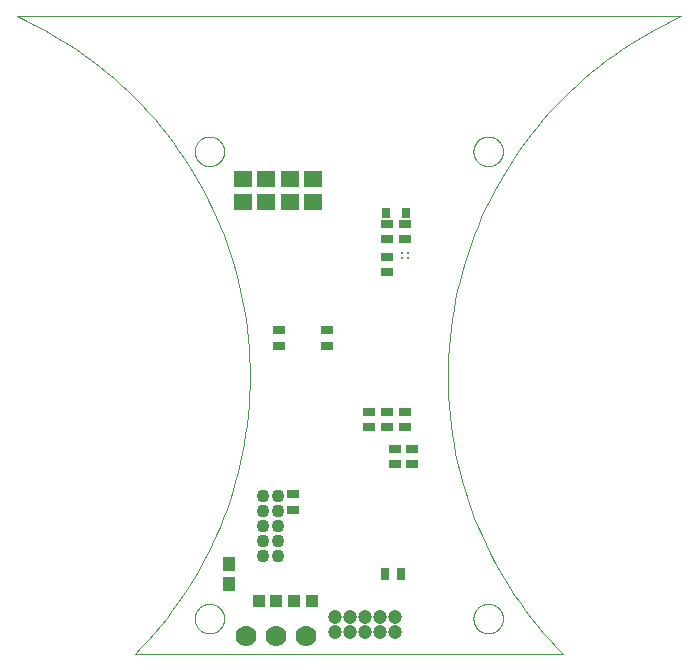
<source format=gbs>
G75*
%MOIN*%
%OFA0B0*%
%FSLAX25Y25*%
%IPPOS*%
%LPD*%
%AMOC8*
5,1,8,0,0,1.08239X$1,22.5*
%
%ADD10C,0.00000*%
%ADD11C,0.00039*%
%ADD12R,0.06306X0.05518*%
%ADD13R,0.03943X0.03156*%
%ADD14R,0.02762X0.03550*%
%ADD15C,0.04731*%
%ADD16R,0.04337X0.04731*%
%ADD17C,0.04337*%
%ADD18R,0.03156X0.03943*%
%ADD19C,0.01227*%
%ADD20C,0.07000*%
%ADD21R,0.04337X0.04337*%
D10*
X0073943Y0027191D02*
X0216659Y0027191D01*
X0178274Y0119711D02*
X0178317Y0122928D01*
X0178438Y0126143D01*
X0178637Y0129354D01*
X0178915Y0132559D01*
X0179271Y0135756D01*
X0179705Y0138944D01*
X0180216Y0142120D01*
X0180805Y0145283D01*
X0181471Y0148431D01*
X0182214Y0151561D01*
X0183032Y0154672D01*
X0183927Y0157763D01*
X0184896Y0160830D01*
X0185941Y0163873D01*
X0187059Y0166890D01*
X0188250Y0169878D01*
X0189514Y0172837D01*
X0190850Y0175764D01*
X0192257Y0178657D01*
X0193734Y0181515D01*
X0195280Y0184336D01*
X0196895Y0187119D01*
X0198577Y0189861D01*
X0200326Y0192562D01*
X0202140Y0195219D01*
X0204018Y0197831D01*
X0205960Y0200396D01*
X0207964Y0202913D01*
X0210028Y0205381D01*
X0212152Y0207797D01*
X0214334Y0210161D01*
X0216574Y0212471D01*
X0218869Y0214725D01*
X0221219Y0216923D01*
X0223621Y0219063D01*
X0226075Y0221143D01*
X0228579Y0223163D01*
X0231131Y0225121D01*
X0233731Y0227017D01*
X0236376Y0228848D01*
X0239065Y0230615D01*
X0241796Y0232315D01*
X0244568Y0233948D01*
X0247379Y0235512D01*
X0250228Y0237008D01*
X0253112Y0238434D01*
X0256030Y0239789D01*
X0256029Y0239789D02*
X0034572Y0239789D01*
X0112328Y0119710D02*
X0112279Y0116500D01*
X0112151Y0113291D01*
X0111945Y0110087D01*
X0111661Y0106888D01*
X0111299Y0103698D01*
X0110860Y0100517D01*
X0110343Y0097348D01*
X0109749Y0094193D01*
X0109078Y0091053D01*
X0108331Y0087930D01*
X0107508Y0084826D01*
X0106610Y0081743D01*
X0105637Y0078684D01*
X0104589Y0075648D01*
X0103468Y0072639D01*
X0102273Y0069659D01*
X0101007Y0066708D01*
X0099669Y0063789D01*
X0098260Y0060904D01*
X0096781Y0058054D01*
X0095233Y0055241D01*
X0093617Y0052466D01*
X0091934Y0049731D01*
X0090185Y0047039D01*
X0088371Y0044390D01*
X0086492Y0041785D01*
X0084551Y0039228D01*
X0082548Y0036718D01*
X0080484Y0034258D01*
X0078361Y0031849D01*
X0076180Y0029493D01*
X0073942Y0027190D01*
X0112328Y0119711D02*
X0112285Y0122928D01*
X0112164Y0126143D01*
X0111965Y0129354D01*
X0111687Y0132559D01*
X0111331Y0135756D01*
X0110897Y0138944D01*
X0110386Y0142120D01*
X0109797Y0145283D01*
X0109131Y0148431D01*
X0108388Y0151561D01*
X0107570Y0154672D01*
X0106675Y0157763D01*
X0105706Y0160830D01*
X0104661Y0163873D01*
X0103543Y0166890D01*
X0102352Y0169878D01*
X0101088Y0172837D01*
X0099752Y0175764D01*
X0098345Y0178657D01*
X0096868Y0181515D01*
X0095322Y0184336D01*
X0093707Y0187119D01*
X0092025Y0189861D01*
X0090276Y0192562D01*
X0088462Y0195219D01*
X0086584Y0197831D01*
X0084642Y0200396D01*
X0082638Y0202913D01*
X0080574Y0205381D01*
X0078450Y0207797D01*
X0076268Y0210161D01*
X0074028Y0212471D01*
X0071733Y0214725D01*
X0069383Y0216923D01*
X0066981Y0219063D01*
X0064527Y0221143D01*
X0062023Y0223163D01*
X0059471Y0225121D01*
X0056871Y0227017D01*
X0054226Y0228848D01*
X0051537Y0230615D01*
X0048806Y0232315D01*
X0046034Y0233948D01*
X0043223Y0235512D01*
X0040374Y0237008D01*
X0037490Y0238434D01*
X0034572Y0239789D01*
X0178273Y0119710D02*
X0178322Y0116500D01*
X0178450Y0113291D01*
X0178656Y0110087D01*
X0178940Y0106888D01*
X0179302Y0103698D01*
X0179741Y0100517D01*
X0180258Y0097348D01*
X0180852Y0094193D01*
X0181523Y0091053D01*
X0182270Y0087930D01*
X0183093Y0084826D01*
X0183991Y0081743D01*
X0184964Y0078684D01*
X0186012Y0075648D01*
X0187133Y0072639D01*
X0188328Y0069659D01*
X0189594Y0066708D01*
X0190932Y0063789D01*
X0192341Y0060904D01*
X0193820Y0058054D01*
X0195368Y0055241D01*
X0196984Y0052466D01*
X0198667Y0049731D01*
X0200416Y0047039D01*
X0202230Y0044390D01*
X0204109Y0041785D01*
X0206050Y0039228D01*
X0208053Y0036718D01*
X0210117Y0034258D01*
X0212240Y0031849D01*
X0214421Y0029493D01*
X0216659Y0027190D01*
D11*
X0186836Y0039002D02*
X0186838Y0039142D01*
X0186844Y0039282D01*
X0186854Y0039421D01*
X0186868Y0039560D01*
X0186886Y0039699D01*
X0186907Y0039837D01*
X0186933Y0039975D01*
X0186963Y0040112D01*
X0186996Y0040247D01*
X0187034Y0040382D01*
X0187075Y0040516D01*
X0187120Y0040649D01*
X0187168Y0040780D01*
X0187221Y0040909D01*
X0187277Y0041038D01*
X0187336Y0041164D01*
X0187400Y0041289D01*
X0187466Y0041412D01*
X0187537Y0041533D01*
X0187610Y0041652D01*
X0187687Y0041769D01*
X0187768Y0041883D01*
X0187851Y0041995D01*
X0187938Y0042105D01*
X0188028Y0042213D01*
X0188120Y0042317D01*
X0188216Y0042419D01*
X0188315Y0042519D01*
X0188416Y0042615D01*
X0188520Y0042709D01*
X0188627Y0042799D01*
X0188736Y0042886D01*
X0188848Y0042971D01*
X0188962Y0043052D01*
X0189078Y0043130D01*
X0189196Y0043204D01*
X0189317Y0043275D01*
X0189439Y0043343D01*
X0189564Y0043407D01*
X0189690Y0043468D01*
X0189817Y0043525D01*
X0189947Y0043578D01*
X0190078Y0043628D01*
X0190210Y0043673D01*
X0190343Y0043716D01*
X0190478Y0043754D01*
X0190613Y0043788D01*
X0190750Y0043819D01*
X0190887Y0043846D01*
X0191025Y0043868D01*
X0191164Y0043887D01*
X0191303Y0043902D01*
X0191442Y0043913D01*
X0191582Y0043920D01*
X0191722Y0043923D01*
X0191862Y0043922D01*
X0192002Y0043917D01*
X0192141Y0043908D01*
X0192281Y0043895D01*
X0192420Y0043878D01*
X0192558Y0043857D01*
X0192696Y0043833D01*
X0192833Y0043804D01*
X0192969Y0043772D01*
X0193104Y0043735D01*
X0193238Y0043695D01*
X0193371Y0043651D01*
X0193502Y0043603D01*
X0193632Y0043552D01*
X0193761Y0043497D01*
X0193888Y0043438D01*
X0194013Y0043375D01*
X0194136Y0043310D01*
X0194258Y0043240D01*
X0194377Y0043167D01*
X0194495Y0043091D01*
X0194610Y0043012D01*
X0194723Y0042929D01*
X0194833Y0042843D01*
X0194941Y0042754D01*
X0195046Y0042662D01*
X0195149Y0042567D01*
X0195249Y0042469D01*
X0195346Y0042369D01*
X0195440Y0042265D01*
X0195532Y0042159D01*
X0195620Y0042051D01*
X0195705Y0041940D01*
X0195787Y0041826D01*
X0195866Y0041710D01*
X0195941Y0041593D01*
X0196013Y0041473D01*
X0196081Y0041351D01*
X0196146Y0041227D01*
X0196208Y0041101D01*
X0196266Y0040974D01*
X0196320Y0040845D01*
X0196371Y0040714D01*
X0196417Y0040582D01*
X0196460Y0040449D01*
X0196500Y0040315D01*
X0196535Y0040180D01*
X0196567Y0040043D01*
X0196594Y0039906D01*
X0196618Y0039768D01*
X0196638Y0039630D01*
X0196654Y0039491D01*
X0196666Y0039351D01*
X0196674Y0039212D01*
X0196678Y0039072D01*
X0196678Y0038932D01*
X0196674Y0038792D01*
X0196666Y0038653D01*
X0196654Y0038513D01*
X0196638Y0038374D01*
X0196618Y0038236D01*
X0196594Y0038098D01*
X0196567Y0037961D01*
X0196535Y0037824D01*
X0196500Y0037689D01*
X0196460Y0037555D01*
X0196417Y0037422D01*
X0196371Y0037290D01*
X0196320Y0037159D01*
X0196266Y0037030D01*
X0196208Y0036903D01*
X0196146Y0036777D01*
X0196081Y0036653D01*
X0196013Y0036531D01*
X0195941Y0036411D01*
X0195866Y0036294D01*
X0195787Y0036178D01*
X0195705Y0036064D01*
X0195620Y0035953D01*
X0195532Y0035845D01*
X0195440Y0035739D01*
X0195346Y0035635D01*
X0195249Y0035535D01*
X0195149Y0035437D01*
X0195046Y0035342D01*
X0194941Y0035250D01*
X0194833Y0035161D01*
X0194723Y0035075D01*
X0194610Y0034992D01*
X0194495Y0034913D01*
X0194377Y0034837D01*
X0194258Y0034764D01*
X0194136Y0034694D01*
X0194013Y0034629D01*
X0193888Y0034566D01*
X0193761Y0034507D01*
X0193632Y0034452D01*
X0193502Y0034401D01*
X0193371Y0034353D01*
X0193238Y0034309D01*
X0193104Y0034269D01*
X0192969Y0034232D01*
X0192833Y0034200D01*
X0192696Y0034171D01*
X0192558Y0034147D01*
X0192420Y0034126D01*
X0192281Y0034109D01*
X0192141Y0034096D01*
X0192002Y0034087D01*
X0191862Y0034082D01*
X0191722Y0034081D01*
X0191582Y0034084D01*
X0191442Y0034091D01*
X0191303Y0034102D01*
X0191164Y0034117D01*
X0191025Y0034136D01*
X0190887Y0034158D01*
X0190750Y0034185D01*
X0190613Y0034216D01*
X0190478Y0034250D01*
X0190343Y0034288D01*
X0190210Y0034331D01*
X0190078Y0034376D01*
X0189947Y0034426D01*
X0189817Y0034479D01*
X0189690Y0034536D01*
X0189564Y0034597D01*
X0189439Y0034661D01*
X0189317Y0034729D01*
X0189196Y0034800D01*
X0189078Y0034874D01*
X0188962Y0034952D01*
X0188848Y0035033D01*
X0188736Y0035118D01*
X0188627Y0035205D01*
X0188520Y0035295D01*
X0188416Y0035389D01*
X0188315Y0035485D01*
X0188216Y0035585D01*
X0188120Y0035687D01*
X0188028Y0035791D01*
X0187938Y0035899D01*
X0187851Y0036009D01*
X0187768Y0036121D01*
X0187687Y0036235D01*
X0187610Y0036352D01*
X0187537Y0036471D01*
X0187466Y0036592D01*
X0187400Y0036715D01*
X0187336Y0036840D01*
X0187277Y0036966D01*
X0187221Y0037095D01*
X0187168Y0037224D01*
X0187120Y0037355D01*
X0187075Y0037488D01*
X0187034Y0037622D01*
X0186996Y0037757D01*
X0186963Y0037892D01*
X0186933Y0038029D01*
X0186907Y0038167D01*
X0186886Y0038305D01*
X0186868Y0038444D01*
X0186854Y0038583D01*
X0186844Y0038722D01*
X0186838Y0038862D01*
X0186836Y0039002D01*
X0093923Y0039002D02*
X0093925Y0039142D01*
X0093931Y0039282D01*
X0093941Y0039421D01*
X0093955Y0039560D01*
X0093973Y0039699D01*
X0093994Y0039837D01*
X0094020Y0039975D01*
X0094050Y0040112D01*
X0094083Y0040247D01*
X0094121Y0040382D01*
X0094162Y0040516D01*
X0094207Y0040649D01*
X0094255Y0040780D01*
X0094308Y0040909D01*
X0094364Y0041038D01*
X0094423Y0041164D01*
X0094487Y0041289D01*
X0094553Y0041412D01*
X0094624Y0041533D01*
X0094697Y0041652D01*
X0094774Y0041769D01*
X0094855Y0041883D01*
X0094938Y0041995D01*
X0095025Y0042105D01*
X0095115Y0042213D01*
X0095207Y0042317D01*
X0095303Y0042419D01*
X0095402Y0042519D01*
X0095503Y0042615D01*
X0095607Y0042709D01*
X0095714Y0042799D01*
X0095823Y0042886D01*
X0095935Y0042971D01*
X0096049Y0043052D01*
X0096165Y0043130D01*
X0096283Y0043204D01*
X0096404Y0043275D01*
X0096526Y0043343D01*
X0096651Y0043407D01*
X0096777Y0043468D01*
X0096904Y0043525D01*
X0097034Y0043578D01*
X0097165Y0043628D01*
X0097297Y0043673D01*
X0097430Y0043716D01*
X0097565Y0043754D01*
X0097700Y0043788D01*
X0097837Y0043819D01*
X0097974Y0043846D01*
X0098112Y0043868D01*
X0098251Y0043887D01*
X0098390Y0043902D01*
X0098529Y0043913D01*
X0098669Y0043920D01*
X0098809Y0043923D01*
X0098949Y0043922D01*
X0099089Y0043917D01*
X0099228Y0043908D01*
X0099368Y0043895D01*
X0099507Y0043878D01*
X0099645Y0043857D01*
X0099783Y0043833D01*
X0099920Y0043804D01*
X0100056Y0043772D01*
X0100191Y0043735D01*
X0100325Y0043695D01*
X0100458Y0043651D01*
X0100589Y0043603D01*
X0100719Y0043552D01*
X0100848Y0043497D01*
X0100975Y0043438D01*
X0101100Y0043375D01*
X0101223Y0043310D01*
X0101345Y0043240D01*
X0101464Y0043167D01*
X0101582Y0043091D01*
X0101697Y0043012D01*
X0101810Y0042929D01*
X0101920Y0042843D01*
X0102028Y0042754D01*
X0102133Y0042662D01*
X0102236Y0042567D01*
X0102336Y0042469D01*
X0102433Y0042369D01*
X0102527Y0042265D01*
X0102619Y0042159D01*
X0102707Y0042051D01*
X0102792Y0041940D01*
X0102874Y0041826D01*
X0102953Y0041710D01*
X0103028Y0041593D01*
X0103100Y0041473D01*
X0103168Y0041351D01*
X0103233Y0041227D01*
X0103295Y0041101D01*
X0103353Y0040974D01*
X0103407Y0040845D01*
X0103458Y0040714D01*
X0103504Y0040582D01*
X0103547Y0040449D01*
X0103587Y0040315D01*
X0103622Y0040180D01*
X0103654Y0040043D01*
X0103681Y0039906D01*
X0103705Y0039768D01*
X0103725Y0039630D01*
X0103741Y0039491D01*
X0103753Y0039351D01*
X0103761Y0039212D01*
X0103765Y0039072D01*
X0103765Y0038932D01*
X0103761Y0038792D01*
X0103753Y0038653D01*
X0103741Y0038513D01*
X0103725Y0038374D01*
X0103705Y0038236D01*
X0103681Y0038098D01*
X0103654Y0037961D01*
X0103622Y0037824D01*
X0103587Y0037689D01*
X0103547Y0037555D01*
X0103504Y0037422D01*
X0103458Y0037290D01*
X0103407Y0037159D01*
X0103353Y0037030D01*
X0103295Y0036903D01*
X0103233Y0036777D01*
X0103168Y0036653D01*
X0103100Y0036531D01*
X0103028Y0036411D01*
X0102953Y0036294D01*
X0102874Y0036178D01*
X0102792Y0036064D01*
X0102707Y0035953D01*
X0102619Y0035845D01*
X0102527Y0035739D01*
X0102433Y0035635D01*
X0102336Y0035535D01*
X0102236Y0035437D01*
X0102133Y0035342D01*
X0102028Y0035250D01*
X0101920Y0035161D01*
X0101810Y0035075D01*
X0101697Y0034992D01*
X0101582Y0034913D01*
X0101464Y0034837D01*
X0101345Y0034764D01*
X0101223Y0034694D01*
X0101100Y0034629D01*
X0100975Y0034566D01*
X0100848Y0034507D01*
X0100719Y0034452D01*
X0100589Y0034401D01*
X0100458Y0034353D01*
X0100325Y0034309D01*
X0100191Y0034269D01*
X0100056Y0034232D01*
X0099920Y0034200D01*
X0099783Y0034171D01*
X0099645Y0034147D01*
X0099507Y0034126D01*
X0099368Y0034109D01*
X0099228Y0034096D01*
X0099089Y0034087D01*
X0098949Y0034082D01*
X0098809Y0034081D01*
X0098669Y0034084D01*
X0098529Y0034091D01*
X0098390Y0034102D01*
X0098251Y0034117D01*
X0098112Y0034136D01*
X0097974Y0034158D01*
X0097837Y0034185D01*
X0097700Y0034216D01*
X0097565Y0034250D01*
X0097430Y0034288D01*
X0097297Y0034331D01*
X0097165Y0034376D01*
X0097034Y0034426D01*
X0096904Y0034479D01*
X0096777Y0034536D01*
X0096651Y0034597D01*
X0096526Y0034661D01*
X0096404Y0034729D01*
X0096283Y0034800D01*
X0096165Y0034874D01*
X0096049Y0034952D01*
X0095935Y0035033D01*
X0095823Y0035118D01*
X0095714Y0035205D01*
X0095607Y0035295D01*
X0095503Y0035389D01*
X0095402Y0035485D01*
X0095303Y0035585D01*
X0095207Y0035687D01*
X0095115Y0035791D01*
X0095025Y0035899D01*
X0094938Y0036009D01*
X0094855Y0036121D01*
X0094774Y0036235D01*
X0094697Y0036352D01*
X0094624Y0036471D01*
X0094553Y0036592D01*
X0094487Y0036715D01*
X0094423Y0036840D01*
X0094364Y0036966D01*
X0094308Y0037095D01*
X0094255Y0037224D01*
X0094207Y0037355D01*
X0094162Y0037488D01*
X0094121Y0037622D01*
X0094083Y0037757D01*
X0094050Y0037892D01*
X0094020Y0038029D01*
X0093994Y0038167D01*
X0093973Y0038305D01*
X0093955Y0038444D01*
X0093941Y0038583D01*
X0093931Y0038722D01*
X0093925Y0038862D01*
X0093923Y0039002D01*
X0093923Y0194750D02*
X0093925Y0194890D01*
X0093931Y0195030D01*
X0093941Y0195169D01*
X0093955Y0195308D01*
X0093973Y0195447D01*
X0093994Y0195585D01*
X0094020Y0195723D01*
X0094050Y0195860D01*
X0094083Y0195995D01*
X0094121Y0196130D01*
X0094162Y0196264D01*
X0094207Y0196397D01*
X0094255Y0196528D01*
X0094308Y0196657D01*
X0094364Y0196786D01*
X0094423Y0196912D01*
X0094487Y0197037D01*
X0094553Y0197160D01*
X0094624Y0197281D01*
X0094697Y0197400D01*
X0094774Y0197517D01*
X0094855Y0197631D01*
X0094938Y0197743D01*
X0095025Y0197853D01*
X0095115Y0197961D01*
X0095207Y0198065D01*
X0095303Y0198167D01*
X0095402Y0198267D01*
X0095503Y0198363D01*
X0095607Y0198457D01*
X0095714Y0198547D01*
X0095823Y0198634D01*
X0095935Y0198719D01*
X0096049Y0198800D01*
X0096165Y0198878D01*
X0096283Y0198952D01*
X0096404Y0199023D01*
X0096526Y0199091D01*
X0096651Y0199155D01*
X0096777Y0199216D01*
X0096904Y0199273D01*
X0097034Y0199326D01*
X0097165Y0199376D01*
X0097297Y0199421D01*
X0097430Y0199464D01*
X0097565Y0199502D01*
X0097700Y0199536D01*
X0097837Y0199567D01*
X0097974Y0199594D01*
X0098112Y0199616D01*
X0098251Y0199635D01*
X0098390Y0199650D01*
X0098529Y0199661D01*
X0098669Y0199668D01*
X0098809Y0199671D01*
X0098949Y0199670D01*
X0099089Y0199665D01*
X0099228Y0199656D01*
X0099368Y0199643D01*
X0099507Y0199626D01*
X0099645Y0199605D01*
X0099783Y0199581D01*
X0099920Y0199552D01*
X0100056Y0199520D01*
X0100191Y0199483D01*
X0100325Y0199443D01*
X0100458Y0199399D01*
X0100589Y0199351D01*
X0100719Y0199300D01*
X0100848Y0199245D01*
X0100975Y0199186D01*
X0101100Y0199123D01*
X0101223Y0199058D01*
X0101345Y0198988D01*
X0101464Y0198915D01*
X0101582Y0198839D01*
X0101697Y0198760D01*
X0101810Y0198677D01*
X0101920Y0198591D01*
X0102028Y0198502D01*
X0102133Y0198410D01*
X0102236Y0198315D01*
X0102336Y0198217D01*
X0102433Y0198117D01*
X0102527Y0198013D01*
X0102619Y0197907D01*
X0102707Y0197799D01*
X0102792Y0197688D01*
X0102874Y0197574D01*
X0102953Y0197458D01*
X0103028Y0197341D01*
X0103100Y0197221D01*
X0103168Y0197099D01*
X0103233Y0196975D01*
X0103295Y0196849D01*
X0103353Y0196722D01*
X0103407Y0196593D01*
X0103458Y0196462D01*
X0103504Y0196330D01*
X0103547Y0196197D01*
X0103587Y0196063D01*
X0103622Y0195928D01*
X0103654Y0195791D01*
X0103681Y0195654D01*
X0103705Y0195516D01*
X0103725Y0195378D01*
X0103741Y0195239D01*
X0103753Y0195099D01*
X0103761Y0194960D01*
X0103765Y0194820D01*
X0103765Y0194680D01*
X0103761Y0194540D01*
X0103753Y0194401D01*
X0103741Y0194261D01*
X0103725Y0194122D01*
X0103705Y0193984D01*
X0103681Y0193846D01*
X0103654Y0193709D01*
X0103622Y0193572D01*
X0103587Y0193437D01*
X0103547Y0193303D01*
X0103504Y0193170D01*
X0103458Y0193038D01*
X0103407Y0192907D01*
X0103353Y0192778D01*
X0103295Y0192651D01*
X0103233Y0192525D01*
X0103168Y0192401D01*
X0103100Y0192279D01*
X0103028Y0192159D01*
X0102953Y0192042D01*
X0102874Y0191926D01*
X0102792Y0191812D01*
X0102707Y0191701D01*
X0102619Y0191593D01*
X0102527Y0191487D01*
X0102433Y0191383D01*
X0102336Y0191283D01*
X0102236Y0191185D01*
X0102133Y0191090D01*
X0102028Y0190998D01*
X0101920Y0190909D01*
X0101810Y0190823D01*
X0101697Y0190740D01*
X0101582Y0190661D01*
X0101464Y0190585D01*
X0101345Y0190512D01*
X0101223Y0190442D01*
X0101100Y0190377D01*
X0100975Y0190314D01*
X0100848Y0190255D01*
X0100719Y0190200D01*
X0100589Y0190149D01*
X0100458Y0190101D01*
X0100325Y0190057D01*
X0100191Y0190017D01*
X0100056Y0189980D01*
X0099920Y0189948D01*
X0099783Y0189919D01*
X0099645Y0189895D01*
X0099507Y0189874D01*
X0099368Y0189857D01*
X0099228Y0189844D01*
X0099089Y0189835D01*
X0098949Y0189830D01*
X0098809Y0189829D01*
X0098669Y0189832D01*
X0098529Y0189839D01*
X0098390Y0189850D01*
X0098251Y0189865D01*
X0098112Y0189884D01*
X0097974Y0189906D01*
X0097837Y0189933D01*
X0097700Y0189964D01*
X0097565Y0189998D01*
X0097430Y0190036D01*
X0097297Y0190079D01*
X0097165Y0190124D01*
X0097034Y0190174D01*
X0096904Y0190227D01*
X0096777Y0190284D01*
X0096651Y0190345D01*
X0096526Y0190409D01*
X0096404Y0190477D01*
X0096283Y0190548D01*
X0096165Y0190622D01*
X0096049Y0190700D01*
X0095935Y0190781D01*
X0095823Y0190866D01*
X0095714Y0190953D01*
X0095607Y0191043D01*
X0095503Y0191137D01*
X0095402Y0191233D01*
X0095303Y0191333D01*
X0095207Y0191435D01*
X0095115Y0191539D01*
X0095025Y0191647D01*
X0094938Y0191757D01*
X0094855Y0191869D01*
X0094774Y0191983D01*
X0094697Y0192100D01*
X0094624Y0192219D01*
X0094553Y0192340D01*
X0094487Y0192463D01*
X0094423Y0192588D01*
X0094364Y0192714D01*
X0094308Y0192843D01*
X0094255Y0192972D01*
X0094207Y0193103D01*
X0094162Y0193236D01*
X0094121Y0193370D01*
X0094083Y0193505D01*
X0094050Y0193640D01*
X0094020Y0193777D01*
X0093994Y0193915D01*
X0093973Y0194053D01*
X0093955Y0194192D01*
X0093941Y0194331D01*
X0093931Y0194470D01*
X0093925Y0194610D01*
X0093923Y0194750D01*
X0186836Y0194750D02*
X0186838Y0194890D01*
X0186844Y0195030D01*
X0186854Y0195169D01*
X0186868Y0195308D01*
X0186886Y0195447D01*
X0186907Y0195585D01*
X0186933Y0195723D01*
X0186963Y0195860D01*
X0186996Y0195995D01*
X0187034Y0196130D01*
X0187075Y0196264D01*
X0187120Y0196397D01*
X0187168Y0196528D01*
X0187221Y0196657D01*
X0187277Y0196786D01*
X0187336Y0196912D01*
X0187400Y0197037D01*
X0187466Y0197160D01*
X0187537Y0197281D01*
X0187610Y0197400D01*
X0187687Y0197517D01*
X0187768Y0197631D01*
X0187851Y0197743D01*
X0187938Y0197853D01*
X0188028Y0197961D01*
X0188120Y0198065D01*
X0188216Y0198167D01*
X0188315Y0198267D01*
X0188416Y0198363D01*
X0188520Y0198457D01*
X0188627Y0198547D01*
X0188736Y0198634D01*
X0188848Y0198719D01*
X0188962Y0198800D01*
X0189078Y0198878D01*
X0189196Y0198952D01*
X0189317Y0199023D01*
X0189439Y0199091D01*
X0189564Y0199155D01*
X0189690Y0199216D01*
X0189817Y0199273D01*
X0189947Y0199326D01*
X0190078Y0199376D01*
X0190210Y0199421D01*
X0190343Y0199464D01*
X0190478Y0199502D01*
X0190613Y0199536D01*
X0190750Y0199567D01*
X0190887Y0199594D01*
X0191025Y0199616D01*
X0191164Y0199635D01*
X0191303Y0199650D01*
X0191442Y0199661D01*
X0191582Y0199668D01*
X0191722Y0199671D01*
X0191862Y0199670D01*
X0192002Y0199665D01*
X0192141Y0199656D01*
X0192281Y0199643D01*
X0192420Y0199626D01*
X0192558Y0199605D01*
X0192696Y0199581D01*
X0192833Y0199552D01*
X0192969Y0199520D01*
X0193104Y0199483D01*
X0193238Y0199443D01*
X0193371Y0199399D01*
X0193502Y0199351D01*
X0193632Y0199300D01*
X0193761Y0199245D01*
X0193888Y0199186D01*
X0194013Y0199123D01*
X0194136Y0199058D01*
X0194258Y0198988D01*
X0194377Y0198915D01*
X0194495Y0198839D01*
X0194610Y0198760D01*
X0194723Y0198677D01*
X0194833Y0198591D01*
X0194941Y0198502D01*
X0195046Y0198410D01*
X0195149Y0198315D01*
X0195249Y0198217D01*
X0195346Y0198117D01*
X0195440Y0198013D01*
X0195532Y0197907D01*
X0195620Y0197799D01*
X0195705Y0197688D01*
X0195787Y0197574D01*
X0195866Y0197458D01*
X0195941Y0197341D01*
X0196013Y0197221D01*
X0196081Y0197099D01*
X0196146Y0196975D01*
X0196208Y0196849D01*
X0196266Y0196722D01*
X0196320Y0196593D01*
X0196371Y0196462D01*
X0196417Y0196330D01*
X0196460Y0196197D01*
X0196500Y0196063D01*
X0196535Y0195928D01*
X0196567Y0195791D01*
X0196594Y0195654D01*
X0196618Y0195516D01*
X0196638Y0195378D01*
X0196654Y0195239D01*
X0196666Y0195099D01*
X0196674Y0194960D01*
X0196678Y0194820D01*
X0196678Y0194680D01*
X0196674Y0194540D01*
X0196666Y0194401D01*
X0196654Y0194261D01*
X0196638Y0194122D01*
X0196618Y0193984D01*
X0196594Y0193846D01*
X0196567Y0193709D01*
X0196535Y0193572D01*
X0196500Y0193437D01*
X0196460Y0193303D01*
X0196417Y0193170D01*
X0196371Y0193038D01*
X0196320Y0192907D01*
X0196266Y0192778D01*
X0196208Y0192651D01*
X0196146Y0192525D01*
X0196081Y0192401D01*
X0196013Y0192279D01*
X0195941Y0192159D01*
X0195866Y0192042D01*
X0195787Y0191926D01*
X0195705Y0191812D01*
X0195620Y0191701D01*
X0195532Y0191593D01*
X0195440Y0191487D01*
X0195346Y0191383D01*
X0195249Y0191283D01*
X0195149Y0191185D01*
X0195046Y0191090D01*
X0194941Y0190998D01*
X0194833Y0190909D01*
X0194723Y0190823D01*
X0194610Y0190740D01*
X0194495Y0190661D01*
X0194377Y0190585D01*
X0194258Y0190512D01*
X0194136Y0190442D01*
X0194013Y0190377D01*
X0193888Y0190314D01*
X0193761Y0190255D01*
X0193632Y0190200D01*
X0193502Y0190149D01*
X0193371Y0190101D01*
X0193238Y0190057D01*
X0193104Y0190017D01*
X0192969Y0189980D01*
X0192833Y0189948D01*
X0192696Y0189919D01*
X0192558Y0189895D01*
X0192420Y0189874D01*
X0192281Y0189857D01*
X0192141Y0189844D01*
X0192002Y0189835D01*
X0191862Y0189830D01*
X0191722Y0189829D01*
X0191582Y0189832D01*
X0191442Y0189839D01*
X0191303Y0189850D01*
X0191164Y0189865D01*
X0191025Y0189884D01*
X0190887Y0189906D01*
X0190750Y0189933D01*
X0190613Y0189964D01*
X0190478Y0189998D01*
X0190343Y0190036D01*
X0190210Y0190079D01*
X0190078Y0190124D01*
X0189947Y0190174D01*
X0189817Y0190227D01*
X0189690Y0190284D01*
X0189564Y0190345D01*
X0189439Y0190409D01*
X0189317Y0190477D01*
X0189196Y0190548D01*
X0189078Y0190622D01*
X0188962Y0190700D01*
X0188848Y0190781D01*
X0188736Y0190866D01*
X0188627Y0190953D01*
X0188520Y0191043D01*
X0188416Y0191137D01*
X0188315Y0191233D01*
X0188216Y0191333D01*
X0188120Y0191435D01*
X0188028Y0191539D01*
X0187938Y0191647D01*
X0187851Y0191757D01*
X0187768Y0191869D01*
X0187687Y0191983D01*
X0187610Y0192100D01*
X0187537Y0192219D01*
X0187466Y0192340D01*
X0187400Y0192463D01*
X0187336Y0192588D01*
X0187277Y0192714D01*
X0187221Y0192843D01*
X0187168Y0192972D01*
X0187120Y0193103D01*
X0187075Y0193236D01*
X0187034Y0193370D01*
X0186996Y0193505D01*
X0186963Y0193640D01*
X0186933Y0193777D01*
X0186907Y0193915D01*
X0186886Y0194053D01*
X0186868Y0194192D01*
X0186854Y0194331D01*
X0186844Y0194470D01*
X0186838Y0194610D01*
X0186836Y0194750D01*
D12*
X0133490Y0185458D03*
X0133490Y0177978D03*
X0125616Y0177978D03*
X0117742Y0177978D03*
X0117742Y0185458D03*
X0125616Y0185458D03*
X0109868Y0185458D03*
X0109868Y0177978D03*
D13*
X0158096Y0170498D03*
X0158096Y0165380D03*
X0158096Y0159671D03*
X0158096Y0154553D03*
X0164002Y0165380D03*
X0164002Y0170498D03*
X0137919Y0135065D03*
X0137919Y0129946D03*
X0122171Y0129946D03*
X0122171Y0135065D03*
X0152191Y0107998D03*
X0158096Y0107998D03*
X0158096Y0102880D03*
X0152191Y0102880D03*
X0160557Y0095694D03*
X0160557Y0090576D03*
X0166462Y0090576D03*
X0166462Y0095694D03*
X0164002Y0102880D03*
X0164002Y0107998D03*
X0126600Y0080439D03*
X0126600Y0075320D03*
D14*
X0157702Y0174336D03*
X0164395Y0174336D03*
D15*
X0160714Y0039533D03*
X0155714Y0039533D03*
X0150714Y0039533D03*
X0145714Y0039533D03*
X0140714Y0039533D03*
X0140714Y0034533D03*
X0145714Y0034533D03*
X0150714Y0034533D03*
X0155714Y0034533D03*
X0160714Y0034533D03*
D16*
X0105439Y0050419D03*
X0105439Y0057112D03*
D17*
X0116718Y0060006D03*
X0116718Y0065006D03*
X0116718Y0070006D03*
X0116718Y0075006D03*
X0116718Y0080006D03*
X0121718Y0080006D03*
X0121718Y0075006D03*
X0121718Y0070006D03*
X0121718Y0065006D03*
X0121718Y0060006D03*
D18*
X0157506Y0053765D03*
X0162624Y0053765D03*
D19*
X0163116Y0159179D03*
X0163116Y0160950D03*
X0164887Y0160950D03*
X0164887Y0159179D03*
D20*
X0131187Y0033096D03*
X0121187Y0033096D03*
X0111187Y0033096D03*
D21*
X0115281Y0044907D03*
X0121187Y0044907D03*
X0127092Y0044907D03*
X0132998Y0044907D03*
M02*

</source>
